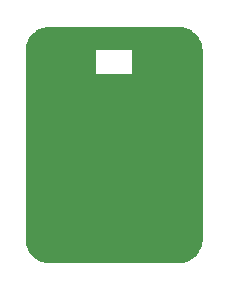
<source format=gbr>
%TF.GenerationSoftware,KiCad,Pcbnew,6.0.1-79c1e3a40b~116~ubuntu20.04.1*%
%TF.CreationDate,2022-01-29T11:36:58+01:00*%
%TF.ProjectId,sma-connector,736d612d-636f-46e6-9e65-63746f722e6b,1*%
%TF.SameCoordinates,Original*%
%TF.FileFunction,Soldermask,Top*%
%TF.FilePolarity,Negative*%
%FSLAX46Y46*%
G04 Gerber Fmt 4.6, Leading zero omitted, Abs format (unit mm)*
G04 Created by KiCad (PCBNEW 6.0.1-79c1e3a40b~116~ubuntu20.04.1) date 2022-01-29 11:36:58*
%MOMM*%
%LPD*%
G01*
G04 APERTURE LIST*
G04 Aperture macros list*
%AMFreePoly0*
4,1,25,-1.500000,1.420000,-1.360000,1.280000,-1.205000,1.155000,-1.035000,1.045000,-0.860000,0.950000,-0.675000,0.875000,-0.480000,0.820000,-0.280000,0.780000,-0.085000,0.765000,0.085000,0.765000,0.280000,0.780000,0.480000,0.820000,0.675000,0.875000,0.860000,0.950000,1.035000,1.045000,1.205000,1.155000,1.360000,1.280000,1.500000,1.420000,1.645000,1.595000,3.555000,1.595000,
3.555000,-0.755000,-3.555000,-0.755000,-3.555000,1.595000,-1.645000,1.595000,-1.500000,1.420000,-1.500000,1.420000,$1*%
G04 Aperture macros list end*
%ADD10C,3.400000*%
%ADD11C,1.730000*%
%ADD12FreePoly0,180.000000*%
%ADD13FreePoly0,0.000000*%
G04 APERTURE END LIST*
%TO.C,J2*%
G36*
X141500000Y-66500000D02*
G01*
X138500000Y-66500000D01*
X138500000Y-60500000D01*
X141500000Y-60500000D01*
X141500000Y-66500000D01*
G37*
%TD*%
D10*
%TO.C,H3*%
X129000000Y-56000000D03*
%TD*%
D11*
%TO.C,J1*%
X132000000Y-63500000D03*
D12*
X132000000Y-60700000D03*
D13*
X132000000Y-66300000D03*
%TD*%
D10*
%TO.C,H4*%
X139000000Y-71000000D03*
%TD*%
%TO.C,H2*%
X139000000Y-56000000D03*
%TD*%
%TO.C,H1*%
X129000000Y-71000000D03*
%TD*%
G36*
X132503094Y-55246152D02*
G01*
X132518709Y-55246919D01*
X132531018Y-55248131D01*
X132539329Y-55249364D01*
X132603777Y-55279146D01*
X132641892Y-55339044D01*
X132641574Y-55410040D01*
X132602923Y-55469593D01*
X132538210Y-55498797D01*
X132520838Y-55500000D01*
X132518115Y-55500000D01*
X132502876Y-55504475D01*
X132501671Y-55505865D01*
X132500000Y-55513548D01*
X132500000Y-57480951D01*
X132504475Y-57496190D01*
X132505865Y-57497395D01*
X132513548Y-57499066D01*
X132526238Y-57499066D01*
X132594359Y-57519068D01*
X132640852Y-57572724D01*
X132650956Y-57642998D01*
X132621462Y-57707578D01*
X132556886Y-57747282D01*
X132555586Y-57747608D01*
X132543426Y-57750028D01*
X132531015Y-57751869D01*
X132518709Y-57753081D01*
X132503094Y-57753848D01*
X132496912Y-57754000D01*
X126626000Y-57754000D01*
X126557879Y-57733998D01*
X126511386Y-57680342D01*
X126500000Y-57628000D01*
X126500000Y-55504501D01*
X126500321Y-55495513D01*
X126509797Y-55363012D01*
X126534607Y-55296492D01*
X126591443Y-55253945D01*
X126635476Y-55246000D01*
X132496912Y-55246000D01*
X132503094Y-55246152D01*
G37*
G36*
X139504487Y-53500321D02*
G01*
X139775645Y-53519714D01*
X139793440Y-53522273D01*
X140054654Y-53579097D01*
X140071903Y-53584161D01*
X140322386Y-53677586D01*
X140338740Y-53685055D01*
X140573375Y-53813176D01*
X140588498Y-53822895D01*
X140802511Y-53983103D01*
X140816097Y-53994876D01*
X141005124Y-54183903D01*
X141016897Y-54197489D01*
X141177105Y-54411502D01*
X141186824Y-54426625D01*
X141314945Y-54661260D01*
X141322414Y-54677614D01*
X141415839Y-54928097D01*
X141420903Y-54945346D01*
X141477727Y-55206560D01*
X141480286Y-55224355D01*
X141499679Y-55495513D01*
X141500000Y-55504501D01*
X141500000Y-55628000D01*
X141479998Y-55696121D01*
X141426342Y-55742614D01*
X141374000Y-55754000D01*
X135626000Y-55754000D01*
X135557879Y-55733998D01*
X135511386Y-55680342D01*
X135500000Y-55628000D01*
X135500000Y-55518115D01*
X135495525Y-55502876D01*
X135494135Y-55501671D01*
X135486452Y-55500000D01*
X132518115Y-55500000D01*
X132502876Y-55504475D01*
X132501671Y-55505865D01*
X132500000Y-55513548D01*
X132500000Y-55628000D01*
X132479998Y-55696121D01*
X132426342Y-55742614D01*
X132374000Y-55754000D01*
X126626000Y-55754000D01*
X126557879Y-55733998D01*
X126511386Y-55680342D01*
X126500000Y-55628000D01*
X126500000Y-55504501D01*
X126500321Y-55495513D01*
X126519714Y-55224355D01*
X126522273Y-55206560D01*
X126579097Y-54945346D01*
X126584161Y-54928097D01*
X126677586Y-54677614D01*
X126685055Y-54661260D01*
X126813176Y-54426625D01*
X126822895Y-54411502D01*
X126983103Y-54197489D01*
X126994876Y-54183903D01*
X127183903Y-53994876D01*
X127197489Y-53983103D01*
X127411502Y-53822895D01*
X127426625Y-53813176D01*
X127661260Y-53685055D01*
X127677614Y-53677586D01*
X127928097Y-53584161D01*
X127945346Y-53579097D01*
X128206560Y-53522273D01*
X128224355Y-53519714D01*
X128495513Y-53500321D01*
X128504501Y-53500000D01*
X139495499Y-53500000D01*
X139504487Y-53500321D01*
G37*
G36*
X141432645Y-55266002D02*
G01*
X141479138Y-55319658D01*
X141490203Y-55363012D01*
X141499679Y-55495513D01*
X141500000Y-55504501D01*
X141500000Y-57453225D01*
X141497121Y-57480008D01*
X141489825Y-57513548D01*
X141489825Y-57628000D01*
X141469823Y-57696121D01*
X141416167Y-57742614D01*
X141363825Y-57754000D01*
X135503088Y-57754000D01*
X135496906Y-57753848D01*
X135481291Y-57753081D01*
X135468985Y-57751869D01*
X135456574Y-57750028D01*
X135444414Y-57747608D01*
X135443114Y-57747282D01*
X135381904Y-57711311D01*
X135349859Y-57647958D01*
X135357152Y-57577337D01*
X135401468Y-57521869D01*
X135473762Y-57499066D01*
X135481885Y-57499066D01*
X135497124Y-57494591D01*
X135498329Y-57493201D01*
X135500000Y-57485518D01*
X135500000Y-55518115D01*
X135495525Y-55502876D01*
X135494135Y-55501671D01*
X135486452Y-55500000D01*
X135479162Y-55500000D01*
X135411041Y-55479998D01*
X135364548Y-55426342D01*
X135354444Y-55356068D01*
X135383938Y-55291488D01*
X135443664Y-55253104D01*
X135460671Y-55249364D01*
X135468982Y-55248131D01*
X135481291Y-55246919D01*
X135496906Y-55246152D01*
X135503088Y-55246000D01*
X141364524Y-55246000D01*
X141432645Y-55266002D01*
G37*
G36*
X141442121Y-57265068D02*
G01*
X141488614Y-57318724D01*
X141500000Y-57371066D01*
X141500000Y-57453225D01*
X141497121Y-57480008D01*
X141489825Y-57513548D01*
X141489825Y-71637765D01*
X141489504Y-71646753D01*
X141480286Y-71775645D01*
X141477727Y-71793440D01*
X141420903Y-72054654D01*
X141415839Y-72071903D01*
X141322414Y-72322386D01*
X141314945Y-72338740D01*
X141186824Y-72573375D01*
X141177105Y-72588498D01*
X141016897Y-72802511D01*
X141005124Y-72816097D01*
X140816097Y-73005124D01*
X140802511Y-73016897D01*
X140588498Y-73177105D01*
X140573375Y-73186824D01*
X140338740Y-73314945D01*
X140322386Y-73322414D01*
X140071903Y-73415839D01*
X140054654Y-73420903D01*
X139793440Y-73477727D01*
X139775645Y-73480286D01*
X139517546Y-73498745D01*
X139508558Y-73499066D01*
X128491442Y-73499066D01*
X128482454Y-73498745D01*
X128224355Y-73480286D01*
X128206560Y-73477727D01*
X127945346Y-73420903D01*
X127928097Y-73415839D01*
X127677614Y-73322414D01*
X127661260Y-73314945D01*
X127426625Y-73186824D01*
X127411502Y-73177105D01*
X127197489Y-73016897D01*
X127183903Y-73005124D01*
X126994876Y-72816097D01*
X126983103Y-72802511D01*
X126822895Y-72588498D01*
X126813176Y-72573375D01*
X126685055Y-72338740D01*
X126677586Y-72322386D01*
X126584161Y-72071903D01*
X126579097Y-72054654D01*
X126522273Y-71793440D01*
X126519714Y-71775645D01*
X126500321Y-71504487D01*
X126500000Y-71495499D01*
X126500000Y-57625066D01*
X126520002Y-57556945D01*
X126573658Y-57510452D01*
X126626000Y-57499066D01*
X135481885Y-57499066D01*
X135497124Y-57494591D01*
X135498329Y-57493201D01*
X135500000Y-57485518D01*
X135500000Y-57371066D01*
X135520002Y-57302945D01*
X135573658Y-57256452D01*
X135626000Y-57245066D01*
X141374000Y-57245066D01*
X141442121Y-57265068D01*
G37*
M02*

</source>
